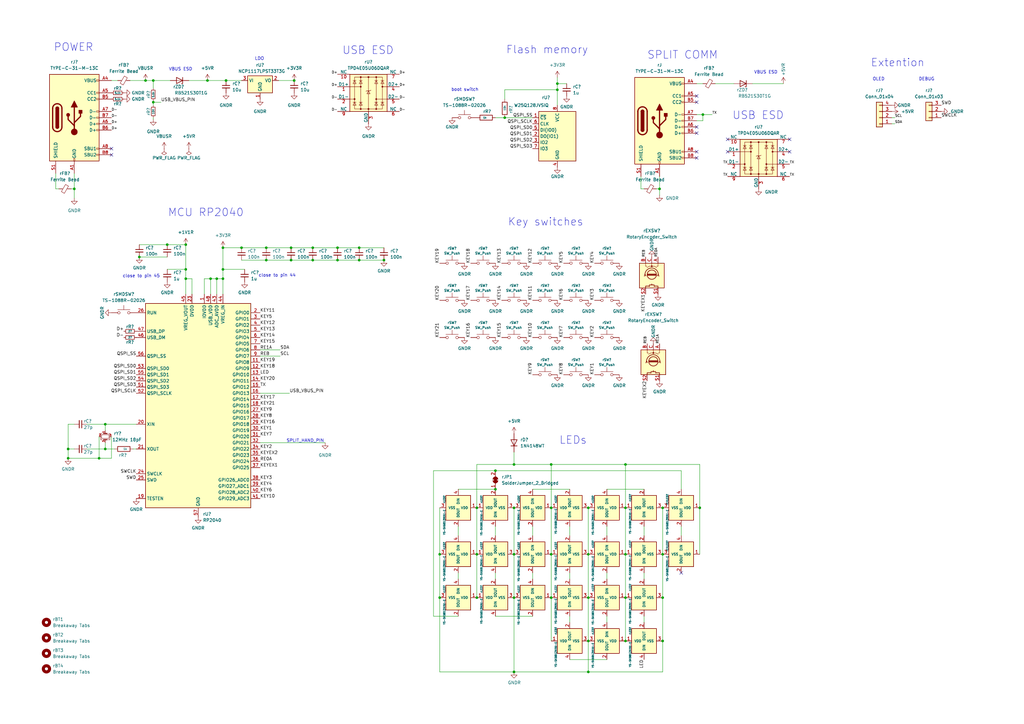
<source format=kicad_sch>
(kicad_sch (version 20231120) (generator "eeschema") (generator_version "8.0")
  (paper "A3")
  (title_block (title "Corne Right") (date "2023-10-07") (rev "4.0.0") (company "foostan"))
  (junction (at 288.29 46.99))
  (junction (at 27.94 184.15))
  (junction (at 228.6 36.83))
  (junction (at 180.34 245.11))
  (junction (at 226.06 227.33))
  (junction (at 210.82 245.11))
  (junction (at 91.44 114.3))
  (junction (at 241.3 227.33))
  (junction (at 256.54 227.33))
  (junction (at 128.27 101.6))
  (junction (at 40.64 187.96))
  (junction (at 195.58 208.28))
  (junction (at 43.18 184.15))
  (junction (at 226.06 245.11))
  (junction (at 271.78 262.89))
  (junction (at 271.78 245.11))
  (junction (at 256.54 262.89))
  (junction (at 157.48 106.68))
  (junction (at 91.44 110.49))
  (junction (at 76.2 100.33))
  (junction (at 241.3 245.11))
  (junction (at 92.71 33.02))
  (junction (at 228.6 34.29))
  (junction (at 210.82 190.5))
  (junction (at 57.15 105.41))
  (junction (at 27.94 187.96))
  (junction (at 99.06 101.6))
  (junction (at 88.9 114.3))
  (junction (at 138.43 106.68))
  (junction (at 271.78 208.28))
  (junction (at 109.22 101.6))
  (junction (at 120.65 33.02))
  (junction (at 226.06 190.5))
  (junction (at 210.82 227.33))
  (junction (at 203.2 193.04))
  (junction (at 62.865 33.02))
  (junction (at 203.2 200.66))
  (junction (at 241.3 208.28))
  (junction (at 128.27 106.68))
  (junction (at 207.01 48.26))
  (junction (at 59.69 33.02))
  (junction (at 256.54 208.28))
  (junction (at 119.38 106.68))
  (junction (at 270.51 77.47))
  (junction (at 86.36 114.3))
  (junction (at 109.22 106.68))
  (junction (at 68.58 100.33))
  (junction (at 256.54 190.5))
  (junction (at 76.2 114.3))
  (junction (at 91.44 101.6))
  (junction (at 287.02 208.28))
  (junction (at 241.3 262.89))
  (junction (at 85.09 33.02))
  (junction (at 256.54 245.11))
  (junction (at 210.82 275.59))
  (junction (at 226.06 208.28))
  (junction (at 241.3 275.59))
  (junction (at 119.38 101.6))
  (junction (at 147.32 101.6))
  (junction (at 62.865 41.91))
  (junction (at 43.18 173.99))
  (junction (at 195.58 245.11))
  (junction (at 180.34 227.33))
  (junction (at 147.32 106.68))
  (junction (at 195.58 227.33))
  (junction (at 210.82 208.28))
  (junction (at 271.78 227.33))
  (junction (at 76.2 110.49))
  (junction (at 30.48 77.47))
  (junction (at 138.43 101.6))
  (no_connect (at 285.75 41.91))
  (no_connect (at 285.75 52.07))
  (no_connect (at 298.45 62.23))
  (no_connect (at 323.85 57.15))
  (no_connect (at 45.72 63.5))
  (no_connect (at 285.75 64.77))
  (no_connect (at 279.4 234.95))
  (no_connect (at 45.72 60.96))
  (no_connect (at 323.85 62.23))
  (no_connect (at 285.75 54.61))
  (no_connect (at 285.75 39.37))
  (no_connect (at 285.75 62.23))
  (no_connect (at 298.45 57.15))
  (wire (pts (xy 288.29 49.53) (xy 288.29 46.99)))
  (wire (pts (xy 91.44 101.6) (xy 99.06 101.6)))
  (wire (pts (xy 241.3 208.28) (xy 241.3 227.33)))
  (wire (pts (xy 106.68 146.05) (xy 114.935 146.05)))
  (wire (pts (xy 138.43 101.6) (xy 147.32 101.6)))
  (wire (pts (xy 83.82 114.3) (xy 86.36 114.3)))
  (wire (pts (xy 62.865 33.02) (xy 69.85 33.02)))
  (wire (pts (xy 62.865 41.275) (xy 62.865 41.91)))
  (wire (pts (xy 85.09 33.02) (xy 92.71 33.02)))
  (wire (pts (xy 210.82 227.33) (xy 210.82 245.11)))
  (wire (pts (xy 270.51 72.39) (xy 270.51 77.47)))
  (wire (pts (xy 308.61 34.29) (xy 321.31 34.29)))
  (wire (pts (xy 27.94 187.96) (xy 40.64 187.96)))
  (wire (pts (xy 241.3 262.89) (xy 241.3 275.59)))
  (wire (pts (xy 59.69 33.02) (xy 62.865 33.02)))
  (wire (pts (xy 210.82 190.5) (xy 195.58 190.5)))
  (wire (pts (xy 180.34 245.11) (xy 180.34 275.59)))
  (wire (pts (xy 30.48 77.47) (xy 30.48 71.12)))
  (wire (pts (xy 27.94 173.99) (xy 27.94 184.15)))
  (wire (pts (xy 147.32 106.68) (xy 157.48 106.68)))
  (wire (pts (xy 138.43 106.68) (xy 147.32 106.68)))
  (wire (pts (xy 256.54 227.33) (xy 256.54 245.11)))
  (wire (pts (xy 30.48 173.99) (xy 27.94 173.99)))
  (wire (pts (xy 226.06 245.11) (xy 226.06 262.89)))
  (wire (pts (xy 264.16 234.95) (xy 264.16 237.49)))
  (wire (pts (xy 106.68 181.61) (xy 133.35 181.61)))
  (wire (pts (xy 177.8 193.04) (xy 203.2 193.04)))
  (wire (pts (xy 114.3 33.02) (xy 120.65 33.02)))
  (wire (pts (xy 271.78 275.59) (xy 241.3 275.59)))
  (wire (pts (xy 43.18 184.15) (xy 43.18 181.61)))
  (wire (pts (xy 86.36 114.3) (xy 86.36 120.65)))
  (wire (pts (xy 233.68 252.73) (xy 233.68 255.27)))
  (wire (pts (xy 248.92 215.9) (xy 248.92 219.71)))
  (wire (pts (xy 180.34 208.28) (xy 180.34 227.33)))
  (wire (pts (xy 119.38 101.6) (xy 128.27 101.6)))
  (wire (pts (xy 218.44 234.95) (xy 218.44 237.49)))
  (wire (pts (xy 109.22 106.68) (xy 119.38 106.68)))
  (wire (pts (xy 68.58 110.49) (xy 76.2 110.49)))
  (wire (pts (xy 35.56 184.15) (xy 43.18 184.15)))
  (wire (pts (xy 22.86 77.47) (xy 24.13 77.47)))
  (wire (pts (xy 76.2 110.49) (xy 76.2 114.3)))
  (wire (pts (xy 210.82 275.59) (xy 241.3 275.59)))
  (wire (pts (xy 91.44 114.3) (xy 88.9 114.3)))
  (wire (pts (xy 76.2 100.33) (xy 76.2 110.49)))
  (wire (pts (xy 271.78 245.11) (xy 271.78 262.89)))
  (wire (pts (xy 91.44 120.65) (xy 91.44 114.3)))
  (wire (pts (xy 228.6 36.83) (xy 207.01 36.83)))
  (wire (pts (xy 91.44 101.6) (xy 91.44 110.49)))
  (wire (pts (xy 62.865 36.195) (xy 62.865 33.02)))
  (wire (pts (xy 285.75 34.29) (xy 288.29 34.29)))
  (wire (pts (xy 279.4 193.04) (xy 279.4 200.66)))
  (wire (pts (xy 43.18 176.53) (xy 43.18 173.99)))
  (wire (pts (xy 99.06 106.68) (xy 109.22 106.68)))
  (wire (pts (xy 233.68 237.49) (xy 233.68 234.95)))
  (wire (pts (xy 233.68 200.66) (xy 218.44 200.66)))
  (wire (pts (xy 256.54 245.11) (xy 256.54 262.89)))
  (wire (pts (xy 367.03 50.8) (xy 365.76 50.8)))
  (wire (pts (xy 27.94 184.15) (xy 30.48 184.15)))
  (wire (pts (xy 287.02 208.28) (xy 287.02 227.33)))
  (wire (pts (xy 262.89 77.47) (xy 264.16 77.47)))
  (wire (pts (xy 241.3 227.33) (xy 241.3 245.11)))
  (wire (pts (xy 195.58 190.5) (xy 195.58 208.28)))
  (wire (pts (xy 45.72 187.96) (xy 40.64 187.96)))
  (wire (pts (xy 285.75 49.53) (xy 288.29 49.53)))
  (wire (pts (xy 30.48 81.28) (xy 30.48 77.47)))
  (wire (pts (xy 207.01 48.26) (xy 218.44 48.26)))
  (wire (pts (xy 203.2 252.73) (xy 218.44 252.73)))
  (wire (pts (xy 233.68 219.71) (xy 233.68 215.9)))
  (wire (pts (xy 177.8 193.04) (xy 177.8 252.73)))
  (wire (pts (xy 218.44 219.71) (xy 218.44 215.9)))
  (wire (pts (xy 264.16 215.9) (xy 264.16 219.71)))
  (wire (pts (xy 270.51 77.47) (xy 270.51 80.01)))
  (wire (pts (xy 40.64 179.07) (xy 40.64 187.96)))
  (wire (pts (xy 62.865 48.26) (xy 62.865 48.895)))
  (wire (pts (xy 86.36 114.3) (xy 88.9 114.3)))
  (wire (pts (xy 195.58 227.33) (xy 195.58 245.11)))
  (wire (pts (xy 271.78 208.28) (xy 271.78 227.33)))
  (wire (pts (xy 106.68 143.51) (xy 114.935 143.51)))
  (wire (pts (xy 57.15 105.41) (xy 68.58 105.41)))
  (wire (pts (xy 119.38 106.68) (xy 128.27 106.68)))
  (wire (pts (xy 293.37 34.29) (xy 300.99 34.29)))
  (wire (pts (xy 68.58 100.33) (xy 76.2 100.33)))
  (wire (pts (xy 147.32 101.6) (xy 157.48 101.6)))
  (wire (pts (xy 91.44 110.49) (xy 91.44 114.3)))
  (wire (pts (xy 83.82 114.3) (xy 83.82 120.65)))
  (wire (pts (xy 43.18 173.99) (xy 55.88 173.99)))
  (wire (pts (xy 180.34 227.33) (xy 180.34 245.11)))
  (wire (pts (xy 210.82 208.28) (xy 210.82 227.33)))
  (wire (pts (xy 269.24 77.47) (xy 270.51 77.47)))
  (wire (pts (xy 88.9 114.3) (xy 88.9 120.65)))
  (wire (pts (xy 367.03 48.26) (xy 365.76 48.26)))
  (wire (pts (xy 279.4 215.9) (xy 279.4 219.71)))
  (wire (pts (xy 54.61 184.15) (xy 55.88 184.15)))
  (wire (pts (xy 45.72 33.02) (xy 48.26 33.02)))
  (wire (pts (xy 256.54 190.5) (xy 287.02 190.5)))
  (wire (pts (xy 256.54 190.5) (xy 256.54 208.28)))
  (wire (pts (xy 128.27 101.6) (xy 138.43 101.6)))
  (wire (pts (xy 76.2 120.65) (xy 76.2 114.3)))
  (wire (pts (xy 66.04 41.91) (xy 62.865 41.91)))
  (wire (pts (xy 203.2 237.49) (xy 203.2 234.95)))
  (wire (pts (xy 45.72 179.07) (xy 45.72 187.96)))
  (wire (pts (xy 203.2 219.71) (xy 203.2 215.9)))
  (wire (pts (xy 262.89 77.47) (xy 262.89 72.39)))
  (wire (pts (xy 203.2 193.04) (xy 279.4 193.04)))
  (wire (pts (xy 91.44 110.49) (xy 100.33 110.49)))
  (wire (pts (xy 241.3 245.11) (xy 241.3 262.89)))
  (wire (pts (xy 271.78 262.89) (xy 271.78 275.59)))
  (wire (pts (xy 22.86 71.12) (xy 22.86 77.47)))
  (wire (pts (xy 109.22 101.6) (xy 119.38 101.6)))
  (wire (pts (xy 256.54 208.28) (xy 256.54 227.33)))
  (wire (pts (xy 228.6 36.83) (xy 228.6 43.18)))
  (wire (pts (xy 248.92 270.51) (xy 233.68 270.51)))
  (wire (pts (xy 53.34 33.02) (xy 59.69 33.02)))
  (wire (pts (xy 187.96 234.95) (xy 187.96 237.49)))
  (wire (pts (xy 287.02 190.5) (xy 287.02 208.28)))
  (wire (pts (xy 228.6 31.75) (xy 228.6 34.29)))
  (wire (pts (xy 203.2 48.26) (xy 207.01 48.26)))
  (wire (pts (xy 210.82 190.5) (xy 226.06 190.5)))
  (wire (pts (xy 128.27 106.68) (xy 138.43 106.68)))
  (wire (pts (xy 195.58 208.28) (xy 195.58 227.33)))
  (wire (pts (xy 35.56 173.99) (xy 43.18 173.99)))
  (wire (pts (xy 228.6 34.29) (xy 232.41 34.29)))
  (wire (pts (xy 248.92 234.95) (xy 248.92 237.49)))
  (wire (pts (xy 203.2 200.66) (xy 187.96 200.66)))
  (wire (pts (xy 78.74 114.3) (xy 76.2 114.3)))
  (wire (pts (xy 92.71 33.02) (xy 99.06 33.02)))
  (wire (pts (xy 228.6 34.29) (xy 228.6 36.83)))
  (wire (pts (xy 271.78 227.33) (xy 271.78 245.11)))
  (wire (pts (xy 248.92 200.66) (xy 264.16 200.66)))
  (wire (pts (xy 226.06 208.28) (xy 226.06 227.33)))
  (wire (pts (xy 29.21 77.47) (xy 30.48 77.47)))
  (wire (pts (xy 226.06 190.5) (xy 226.06 208.28)))
  (wire (pts (xy 292.1 46.99) (xy 288.29 46.99)))
  (wire (pts (xy 210.82 185.42) (xy 210.82 190.5)))
  (wire (pts (xy 207.01 36.83) (xy 207.01 40.64)))
  (wire (pts (xy 106.68 161.29) (xy 118.745 161.29)))
  (wire (pts (xy 62.865 41.91) (xy 62.865 43.18)))
  (wire (pts (xy 99.06 101.6) (xy 109.22 101.6)))
  (wire (pts (xy 226.06 190.5) (xy 256.54 190.5)))
  (wire (pts (xy 43.18 184.15) (xy 46.99 184.15)))
  (wire (pts (xy 27.94 184.15) (xy 27.94 187.96)))
  (wire (pts (xy 57.15 100.33) (xy 68.58 100.33)))
  (wire (pts (xy 288.29 46.99) (xy 285.75 46.99)))
  (wire (pts (xy 78.74 120.65) (xy 78.74 114.3)))
  (wire (pts (xy 226.06 227.33) (xy 226.06 245.11)))
  (wire (pts (xy 77.47 33.02) (xy 85.09 33.02)))
  (wire (pts (xy 180.34 275.59) (xy 210.82 275.59)))
  (wire (pts (xy 187.96 215.9) (xy 187.96 219.71)))
  (wire (pts (xy 187.96 252.73) (xy 177.8 252.73)))
  (wire (pts (xy 264.16 252.73) (xy 264.16 255.27)))
  (wire (pts (xy 210.82 245.11) (xy 210.82 275.59)))
  (wire (pts (xy 248.92 252.73) (xy 248.92 255.27)))
  (text "USB ESD" (at 140.335 22.606 0) (effects (font (size 3.175 3.175)) (justify left bottom)))
  (text "Flash memory" (at 207.518 22.352 0) (effects (font (size 3.175 3.175)) (justify left bottom)))
  (text "MCU RP2040" (at 68.834 89.154 0) (effects (font (size 3.175 3.175)) (justify left bottom)))
  (text "VBUS ESD" (at 309.245 30.48 0) (effects (font (size 1.27 1.27)) (justify left bottom)))
  (text "DEBUG" (at 376.809 33.274 0) (effects (font (size 1.27 1.27)) (justify left bottom)))
  (text "POWER\n" (at 21.971 21.336 0) (effects (font (size 3.175 3.175)) (justify left bottom)))
  (text "boot switch" (at 185.039 37.592 0) (effects (font (size 1.27 1.27)) (justify left bottom)))
  (text "LDO" (at 104.521 24.892 0) (effects (font (size 1.27 1.27)) (justify left bottom)))
  (text "Key switches" (at 208.28 92.964 0) (effects (font (size 3.175 3.175)) (justify left bottom)))
  (text "LEDs" (at 229.362 182.499 0) (effects (font (size 3.175 3.175)) (justify left bottom)))
  (text "Extention" (at 357.124 27.686 0) (effects (font (size 3.175 3.175)) (justify left bottom)))
  (text "VBUS ESD" (at 69.215 29.21 0) (effects (font (size 1.27 1.27)) (justify left bottom)))
  (text "OLED" (at 357.886 33.274 0) (effects (font (size 1.27 1.27)) (justify left bottom)))
  (text "SPLIT COMM" (at 265.43 24.511 0) (effects (font (size 3.175 3.175)) (justify left bottom)))
  (text "close to pin 45" (at 50.292 114.046 0) (effects (font (size 1.27 1.27)) (justify left bottom)))
  (text "close to pin 44" (at 106.045 113.792 0) (effects (font (size 1.27 1.27)) (justify left bottom)))
  (text "USB ESD" (at 300.355 49.276 0) (effects (font (size 3.175 3.175)) (justify left bottom)))
  (text "SPLIT_HAND_PIN" (at 117.475 181.61 0) (effects (font (size 1.27 1.27)) (justify left bottom)))
  (label "QSPI_SCLK" (at 55.88 161.29 180))
  (label "KEYEX2" (at 265.43 156.21 270))
  (label "SWCLK" (at 55.88 194.31 180))
  (label "TX" (at 106.68 158.75 0))
  (label "SCL" (at 367.03 48.26 0) (effects (font (size 1 1))))
  (label "RE0A" (at 269.875 105.41 90) (effects (font (size 1 1))))
  (label "KEY8" (at 106.68 171.45 0))
  (label "D+" (at 163.83 35.56 0) (effects (font (size 1 1))))
  (label "KEY19" (at 180.34 107.95 90))
  (label "TX" (at 292.1 46.99 0) (effects (font (size 1 1))))
  (label "D-" (at 45.72 45.72 0) (effects (font (size 1 1))))
  (label "KEY18" (at 106.68 151.13 0))
  (label "KEY4" (at 243.84 107.95 90))
  (label "KEY6" (at 231.14 123.19 90))
  (label "RE0A" (at 106.68 189.23 0))
  (label "D-" (at 163.83 40.64 0) (effects (font (size 1 1))))
  (label "KEY14" (at 205.74 123.19 90))
  (label "KEY12" (at 218.44 107.95 90))
  (label "KEY20" (at 180.34 123.19 90))
  (label "QSPI_SD3" (at 55.88 158.75 180))
  (label "QSPI_SCLK" (at 218.44 50.8 180))
  (label "KEY16" (at 106.68 173.99 0))
  (label "QSPI_SD1" (at 218.44 55.88 180))
  (label "KEY3" (at 243.84 123.19 90))
  (label "KEY2" (at 243.84 138.43 90))
  (label "D-" (at 45.72 48.26 0) (effects (font (size 1 1))))
  (label "KEY16" (at 193.04 138.43 90))
  (label "KEY15" (at 205.74 138.43 90))
  (label "SWD" (at 55.88 196.85 180))
  (label "KEY11" (at 218.44 123.19 90))
  (label "TX" (at 323.85 67.31 0) (effects (font (size 1 1))))
  (label "SDA" (at 114.935 143.51 0))
  (label "KEY9" (at 106.68 168.91 0))
  (label "KEY18" (at 193.04 107.95 90))
  (label "USB_VBUS_PIN" (at 66.04 41.91 0))
  (label "D+" (at 138.43 35.56 180) (effects (font (size 1 1))))
  (label "D-" (at 163.83 45.72 0) (effects (font (size 1 1))))
  (label "QSPI_SD2" (at 218.44 58.42 180))
  (label "KEY17" (at 193.04 123.19 90))
  (label "QSPI_SD2" (at 55.88 156.21 180))
  (label "TX" (at 323.85 72.39 0) (effects (font (size 1 1))))
  (label "KEY13" (at 205.74 107.95 90))
  (label "KEY7" (at 106.68 179.07 0))
  (label "D+" (at 45.72 50.8 0) (effects (font (size 1 1))))
  (label "KEY10" (at 218.44 138.43 90))
  (label "KEY9" (at 218.44 153.67 90))
  (label "QSPI_SS" (at 218.44 48.26 180))
  (label "KEY5" (at 106.68 130.81 0))
  (label "REB" (at 106.68 146.05 0))
  (label "KEY1" (at 243.84 153.67 90))
  (label "SCL" (at 114.935 146.05 0))
  (label "TX" (at 298.45 72.39 180) (effects (font (size 1 1))))
  (label "KEY19" (at 106.68 148.59 0))
  (label "KEYEX1" (at 264.795 120.65 270))
  (label "KEY2" (at 106.68 184.15 0))
  (label "KEY12" (at 106.68 133.35 0))
  (label "QSPI_SS" (at 55.88 146.05 180))
  (label "KEY7" (at 231.14 138.43 90))
  (label "KEY4" (at 106.68 199.39 0))
  (label "QSPI_SD0" (at 218.44 53.34 180))
  (label "KEY15" (at 106.68 140.97 0))
  (label "KEY20" (at 106.68 156.21 0))
  (label "D-" (at 50.8 138.43 180))
  (label "SWD" (at 386.08 43.18 0))
  (label "KEY21" (at 180.34 138.43 90))
  (label "REB" (at 265.43 140.97 90) (effects (font (size 1 1))))
  (label "KEY17" (at 106.68 163.83 0))
  (label "RE1A" (at 270.51 140.97 90) (effects (font (size 1 1))))
  (label "KEY14" (at 106.68 138.43 0))
  (label "D+" (at 163.83 30.48 0) (effects (font (size 1 1))))
  (label "TX" (at 298.45 67.31 180) (effects (font (size 1 1))))
  (label "KEY1" (at 106.68 176.53 0))
  (label "LED" (at 264.16 270.51 270))
  (label "KEYEX2" (at 106.68 186.69 0))
  (label "REB" (at 264.795 105.41 90) (effects (font (size 1 1))))
  (label "KEY21" (at 106.68 166.37 0))
  (label "D-" (at 138.43 45.72 180) (effects (font (size 1 1))))
  (label "SWCLK" (at 386.08 48.26 0))
  (label "SDA" (at 367.03 50.8 0) (effects (font (size 1 1))))
  (label "KEYEX1" (at 106.68 191.77 0))
  (label "QSPI_SD3" (at 218.44 60.96 180))
  (label "D+" (at 138.43 30.48 180) (effects (font (size 1 1))))
  (label "D+" (at 50.8 135.89 180))
  (label "KEY13" (at 106.68 135.89 0))
  (label "USB_VBUS_PIN" (at 118.745 161.29 0))
  (label "KEY3" (at 106.68 196.85 0))
  (label "D+" (at 45.72 53.34 0) (effects (font (size 1 1))))
  (label "KEY11" (at 106.68 128.27 0))
  (label "KEY5" (at 231.14 107.95 90))
  (label "D-" (at 138.43 40.64 180) (effects (font (size 1 1))))
  (label "KEY10" (at 106.68 204.47 0))
  (label "KEY6" (at 106.68 201.93 0))
  (label "QSPI_SD0" (at 55.88 151.13 180))
  (label "RE1A" (at 106.68 143.51 0))
  (label "LED" (at 106.68 153.67 0))
  (label "KEY8" (at 231.14 153.67 90))
  (label "QSPI_SD1" (at 55.88 153.67 180))
  (symbol (lib_id "power:GND") (at 311.15 77.47 0) (unit 1)
    (property "Reference" "#PWR02" (effects (hide yes)))
    (property "Value" "GNDR" (at 313.69 78.7399 0) (effects (justify left)))
  )
  (symbol (lib_id "kbd:GNDR") (at 386.08 45.72 90) (unit 1)
    (property "Reference" "#PWR?" (effects (hide yes)))
    (property "Value" "GNDR" (at 389.89 45.72 90) (effects (justify right)))
  )
  (symbol (lib_id "kbd_local:YS-SK6812MINI-E") (at 233.68 245.11 90) (unit 1)
    (property "Reference" "rLED?" (at 227.965 243.205 0) (effects (font (size 0.7366 0.7366)) (justify left)))
    (property "Value" "YS-SK6812MINI-E" (at 227.965 255.905 0) (effects (font (size 0.7366 0.7366)) (justify left)))
    (property "Footprint" "kbd_local:YS-SK6812MINI-E" (effects (hide yes)))
  )
  (symbol (lib_id "Device:C_Small") (at 33.02 184.15 270) (unit 1)
    (property "Reference" "rC?" (at 34.29 182.88 90) (effects (justify left)))
    (property "Value" "27p" (at 34.29 185.42 90) (effects (justify left)))
    (property "Footprint" "Capacitor_SMD:C_0402_1005Metric" (effects (hide yes)))
  )
  (symbol (lib_id "kbd:+3V3R") (at 120.65 33.02 0) (unit 1)
    (property "Reference" "#PWR070" (effects (hide yes)))
    (property "Value" "+3V3R" (at 120.65 27.94 0))
  )
  (symbol (lib_id "kbd:GNDR") (at 241.3 123.19 0) (unit 1)
    (property "Reference" "#PWR?" (effects (hide yes)))
    (property "Value" "GNDR" (at 241.3 127.635 0))
  )
  (symbol (lib_id "Switch:SW_Push") (at 236.22 123.19 0) (unit 1)
    (property "Reference" "rSW?" (at 236.22 117.094 0) (effects (font (size 1 1))))
    (property "Value" "SW_Push" (at 236.22 119.126 0) (effects (font (size 1 1))))
    (property "Footprint" "kbd:keyswitch_cherrymx_hotswap_1u" (effects (hide yes)))
  )
  (symbol (lib_name "SW_Push_1") (lib_id "Switch:SW_Push") (at 248.92 107.95 0) (unit 1)
    (property "Reference" "rSW?" (at 248.92 101.854 0) (effects (font (size 1 1))))
    (property "Value" "SW_Push" (at 248.92 103.886 0) (effects (font (size 1 1))))
    (property "Footprint" "kbd:keyswitch_cherrymx_hotswap_1u" (effects (hide yes)))
  )
  (symbol (lib_id "kbd:GNDR") (at 215.9 107.95 0) (unit 1)
    (property "Reference" "#PWR?" (effects (hide yes)))
    (property "Value" "GNDR" (at 215.9 112.395 0))
  )
  (symbol (lib_id "kbd:GNDR") (at 241.3 153.67 0) (unit 1)
    (property "Reference" "#PWR?" (effects (hide yes)))
    (property "Value" "GNDR" (at 241.3 158.115 0))
  )
  (symbol (lib_id "Regulator_Linear:NCP1117-3.3_SOT223") (at 106.68 33.02 0) (unit 1)
    (property "Reference" "rU?" (at 106.68 26.67 0))
    (property "Value" "NCP1117LPST33T3G" (at 107.315 29.21 0))
    (property "Footprint" "Package_TO_SOT_SMD:SOT-223-3_TabPin2" (effects (hide yes)))
    (property "Datasheet" "http://www.onsemi.com/pub_link/Collateral/NCP1117-D.PDF" (effects (hide yes)))
    (property "JLCPCB Part #" "C146799" (effects (hide yes)))
  )
  (symbol (lib_id "kbd_local:YS-SK6812MINI-E") (at 248.92 208.28 270) (unit 1)
    (property "Reference" "rLED?" (at 243.205 203.2 0) (effects (font (size 0.7366 0.7366)) (justify left)))
    (property "Value" "YS-SK6812MINI-E" (at 243.205 208.915 0) (effects (font (size 0.7366 0.7366)) (justify left)))
    (property "Footprint" "kbd_local:YS-SK6812MINI-E" (effects (hide yes)))
  )
  (symbol (lib_id "kbd_local:VBUSR") (at 67.31 60.96 0) (unit 1)
    (property "Reference" "#PWR065" (effects (hide yes)))
    (property "Value" "VBUSR" (at 67.31 55.88 0))
  )
  (symbol (lib_id "kbd:GNDR") (at 267.97 140.97 180) (unit 1)
    (property "Reference" "#PWR?" (effects (hide yes)))
    (property "Value" "GNDR" (at 267.97 135.89 90))
  )
  (symbol (lib_id "kbd:GNDR") (at 215.9 123.19 0) (unit 1)
    (property "Reference" "#PWR?" (effects (hide yes)))
    (property "Value" "GNDR" (at 215.9 127.635 0))
  )
  (symbol (lib_id "kbd_local:USB_C_Receptacle_USB2.0_16P") (at 30.48 48.26 0) (unit 1)
    (property "Reference" "rJ?" (at 30.48 25.4 0))
    (property "Value" "TYPE-C-31-M-13C" (at 30.48 27.94 0))
    (property "Footprint" "kbd_local:TYPE-C-31-M-13C" (effects (hide yes)))
    (property "Datasheet" "https://www.usb.org/sites/default/files/documents/usb_type-c.zip" (effects (hide yes)))
    (property "Description" "USB 2.0-only 16P Type-C Receptacle connector" (effects (hide yes)))
    (property "JLCPCB Part #" "C2848620" (effects (hide yes)))
  )
  (symbol (lib_id "kbd:GNDR") (at 81.28 212.09 0) (unit 1)
    (property "Reference" "#PWR?" (effects (hide yes)))
    (property "Value" "GNDR" (at 81.28 216.535 0))
  )
  (symbol (lib_id "Device:RotaryEncoder_Switch") (at 267.97 148.59 270) (unit 1)
    (property "Reference" "rEXSW?" (at 267.97 128.905 90))
    (property "Value" "RotaryEncoder_Switch" (at 267.97 131.445 90))
    (property "Footprint" "kbd_local:keyswitch_cherrymx_hotswap_1u_rotary_encoder_ec12" (effects (hide yes)))
  )
  (symbol (lib_id "kbd:GNDR") (at 50.8 40.64 90) (unit 1)
    (property "Reference" "#PWR?" (effects (hide yes)))
    (property "Value" "GNDR" (at 53.975 40.64 90) (effects (justify right)))
  )
  (symbol (lib_id "Switch:SW_Push") (at 236.22 107.95 0) (unit 1)
    (property "Reference" "rSW?" (at 236.22 101.854 0) (effects (font (size 1 1))))
    (property "Value" "SW_Push" (at 236.22 103.886 0) (effects (font (size 1 1))))
    (property "Footprint" "kbd:keyswitch_cherrymx_hotswap_1u" (effects (hide yes)))
  )
  (symbol (lib_id "kbd:GNDR") (at 190.5 107.95 0) (unit 1)
    (property "Reference" "#PWR?" (effects (hide yes)))
    (property "Value" "GNDR" (at 190.5 112.395 0))
  )
  (symbol (lib_id "kbd_local:YS-SK6812MINI-E") (at 203.2 208.28 90) (unit 1)
    (property "Reference" "rLED?" (at 197.485 206.375 0) (effects (font (size 0.7366 0.7366)) (justify left)))
    (property "Value" "YS-SK6812MINI-E" (at 197.485 219.71 0) (effects (font (size 0.7366 0.7366)) (justify left)))
    (property "Footprint" "kbd_local:YS-SK6812MINI-E" (effects (hide yes)))
  )
  (symbol (lib_id "Switch:SW_Push") (at 198.12 138.43 0) (unit 1)
    (property "Reference" "rSW?" (at 198.12 132.334 0) (effects (font (size 1 1))))
    (property "Value" "SW_Push" (at 198.12 134.366 0) (effects (font (size 1 1))))
    (property "Footprint" "kbd:keyswitch_cherrymx_hotswap_1u" (effects (hide yes)))
  )
  (symbol (lib_id "kbd:+5VR") (at 210.82 177.8 0) (unit 1)
    (property "Reference" "#PWR069" (effects (hide yes)))
    (property "Value" "+5VR" (at 210.82 172.72 0))
  )
  (symbol (lib_id "kbd_local:YS-SK6812MINI-E") (at 233.68 227.33 90) (unit 1)
    (property "Reference" "rLED?" (at 227.965 225.425 0) (effects (font (size 0.7366 0.7366)) (justify left)))
    (property "Value" "YS-SK6812MINI-E" (at 227.965 238.125 0) (effects (font (size 0.7366 0.7366)) (justify left)))
    (property "Footprint" "kbd_local:YS-SK6812MINI-E" (effects (hide yes)))
  )
  (symbol (lib_id "Device:FerriteBead_Small") (at 50.8 33.02 90) (unit 1)
    (property "Reference" "rFB?" (at 50.7619 26.67 90))
    (property "Value" "Ferrite Bead" (at 50.7619 29.21 90))
    (property "Footprint" "Capacitor_SMD:C_0603_1608Metric_Pad1.08x0.95mm_HandSolder" (effects (hide yes)))
    (property "Description" "Ferrite bead, small symbol" (effects (hide yes)))
    (property "JLCPCB Part #" "C882974" (effects (hide yes)))
  )
  (symbol (lib_id "kbd:GNDR") (at 254 138.43 0) (unit 1)
    (property "Reference" "#PWR?" (effects (hide yes)))
    (property "Value" "GNDR" (at 254 142.875 0))
  )
  (symbol (lib_id "kbd:GNDR") (at 151.13 50.8 0) (unit 1)
    (property "Reference" "#PWR?" (effects (hide yes)))
    (property "Value" "GNDR" (at 151.13 55.88 0))
  )
  (symbol (lib_id "kbd:GNDR") (at 269.875 120.65 0) (unit 1)
    (property "Reference" "#PWR?" (effects (hide yes)))
    (property "Value" "GNDR" (at 269.875 125.095 0))
  )
  (symbol (lib_id "Switch:SW_Push") (at 210.82 138.43 0) (unit 1)
    (property "Reference" "rSW?" (at 210.82 132.334 0) (effects (font (size 1 1))))
    (property "Value" "SW_Push" (at 210.82 134.366 0) (effects (font (size 1 1))))
    (property "Footprint" "kbd:keyswitch_cherrymx_hotswap_1u" (effects (hide yes)))
  )
  (symbol (lib_id "Device:R_Small") (at 48.26 40.64 270) (unit 1)
    (property "Reference" "rR?" (at 48.26 42.545 90))
    (property "Value" "5.1k" (at 48.26 40.64 90) (effects (font (size 0.762 0.762))))
    (property "Footprint" "Resistor_SMD:R_0402_1005Metric" (effects (hide yes)))
  )
  (symbol (lib_id "Diode:1N4148WT") (at 210.82 181.61 90) (unit 1)
    (property "Reference" "rD?" (at 213.36 180.34 90) (effects (justify right)))
    (property "Value" "1N4148WT" (at 213.36 182.88 90) (effects (justify right)))
    (property "Footprint" "Diode_SMD:D_SOD-523" (effects (hide yes)))
    (property "Datasheet" "https://www.diodes.com/assets/Datasheets/ds30396.pdf" (effects (hide yes)))
    (property "JLCPCB Part #" "C232841" (effects (hide yes)))
  )
  (symbol (lib_id "power:+5V") (at 321.31 34.29 0) (unit 1)
    (property "Reference" "#PWR03" (effects (hide yes)))
    (property "Value" "+5VR" (at 321.31 31.115 90) (effects (justify left)))
  )
  (symbol (lib_id "Device:Crystal_GND24_Small") (at 43.18 179.07 270) (unit 1)
    (property "Reference" "rY?" (at 48.26 177.8 90))
    (property "Value" "12MHz 18pF" (at 52.07 180.34 90))
    (property "Footprint" "Crystal:Crystal_SMD_3225-4Pin_3.2x2.5mm" (effects (hide yes)))
    (property "Description" "12MHz 18pF ±20ppm SMD3225-4P Crystals ROHS" (effects (hide yes)))
    (property "MFR.Part #" "Q22FA23V0041800" (effects (hide yes)))
    (property "JLCPCB Part #" "C91749" (effects (hide yes)))
  )
  (symbol (lib_id "kbd_local:YS-SK6812MINI-E") (at 248.92 245.11 270) (unit 1)
    (property "Reference" "rLED?" (at 243.205 239.395 0) (effects (font (size 0.7366 0.7366)) (justify left)))
    (property "Value" "YS-SK6812MINI-E" (at 243.205 245.745 0) (effects (font (size 0.7366 0.7366)) (justify left)))
    (property "Footprint" "kbd_local:YS-SK6812MINI-E" (effects (hide yes)))
  )
  (symbol (lib_id "Switch:SW_Push") (at 248.92 153.67 0) (unit 1)
    (property "Reference" "rSW?" (at 248.92 147.574 0) (effects (font (size 1 1))))
    (property "Value" "SW_Push" (at 248.92 149.606 0) (effects (font (size 1 1))))
    (property "Footprint" "kbd:keyswitch_cherrymx_hotswap_1.5u" (effects (hide yes)))
  )
  (symbol (lib_id "kbd:GNDR") (at 215.9 138.43 0) (unit 1)
    (property "Reference" "#PWR?" (effects (hide yes)))
    (property "Value" "GNDR" (at 215.9 142.875 0))
  )
  (symbol (lib_id "kbd:GNDR") (at 185.42 48.26 0) (unit 1)
    (property "Reference" "#PWR?" (effects (hide yes)))
    (property "Value" "GNDR" (at 185.42 52.07 0))
  )
  (symbol (lib_id "Mechanical:MountingHole") (at 19.05 274.32 0) (unit 1)
    (property "Reference" "rBT4" (at 21.59 273.05 0) (effects (justify left)))
    (property "Value" "Breakaway Tabs" (at 21.59 275.59 0) (effects (justify left)))
    (property "Footprint" "kbd_local:Breakaway_Tabs" (effects (hide yes)))
  )
  (symbol (lib_id "Device:C_Small") (at 57.15 102.87 0) (unit 1)
    (property "Reference" "rC?" (at 59.69 101.6 0) (effects (justify left)))
    (property "Value" "100n" (at 59.69 104.14 0) (effects (justify left)))
    (property "Footprint" "Capacitor_SMD:C_0402_1005Metric" (effects (hide yes)))
  )
  (symbol (lib_id "kbd_local:VBUSR") (at 59.69 33.02 0) (unit 1)
    (property "Reference" "#PWR066" (effects (hide yes)))
    (property "Value" "VBUSR" (at 59.69 27.94 0))
  )
  (symbol (lib_id "kbd_local:YS-SK6812MINI-E") (at 248.92 262.89 270) (unit 1)
    (property "Reference" "rLED?" (at 243.205 257.175 0) (effects (font (size 0.7366 0.7366)) (justify left)))
    (property "Value" "YS-SK6812MINI-E" (at 243.205 263.525 0) (effects (font (size 0.7366 0.7366)) (justify left)))
    (property "Footprint" "kbd_local:YS-SK6812MINI-E" (effects (hide yes)))
  )
  (symbol (lib_id "kbd:GNDR") (at 55.88 204.47 0) (unit 1)
    (property "Reference" "#PWR?" (effects (hide yes)))
    (property "Value" "GNDR" (at 55.88 208.915 0))
  )
  (symbol (lib_id "Device:R_Small") (at 62.865 38.735 0) (unit 1)
    (property "Reference" "rR?" (at 60.96 38.735 90))
    (property "Value" "5.6k" (at 62.865 38.735 90) (effects (font (size 0.762 0.762))))
    (property "Footprint" "Resistor_SMD:R_0402_1005Metric" (effects (hide yes)))
  )
  (symbol (lib_id "Device:C_Small") (at 68.58 102.87 0) (unit 1)
    (property "Reference" "rC?" (at 71.12 101.6 0) (effects (justify left)))
    (property "Value" "100n" (at 71.12 104.14 0) (effects (justify left)))
    (property "Footprint" "Capacitor_SMD:C_0402_1005Metric" (effects (hide yes)))
  )
  (symbol (lib_id "kbd:GNDR") (at 241.3 138.43 0) (unit 1)
    (property "Reference" "#PWR?" (effects (hide yes)))
    (property "Value" "GNDR" (at 241.3 142.875 0))
  )
  (symbol (lib_id "kbd_local:YS-SK6812MINI-E") (at 233.68 208.28 90) (unit 1)
    (property "Reference" "rLED?" (at 227.965 206.375 0) (effects (font (size 0.7366 0.7366)) (justify left)))
    (property "Value" "YS-SK6812MINI-E" (at 227.965 219.075 0) (effects (font (size 0.7366 0.7366)) (justify left)))
    (property "Footprint" "kbd_local:YS-SK6812MINI-E" (effects (hide yes)))
  )
  (symbol (lib_id "kbd_local:YS-SK6812MINI-E") (at 264.16 208.28 90) (unit 1)
    (property "Reference" "rLED?" (at 258.445 205.74 0) (effects (font (size 0.7366 0.7366)) (justify left)))
    (property "Value" "YS-SK6812MINI-E" (at 258.445 219.075 0) (effects (font (size 0.7366 0.7366)) (justify left)))
    (property "Footprint" "kbd_local:YS-SK6812MINI-E" (effects (hide yes)))
  )
  (symbol (lib_id "kbd:GNDR") (at 254 123.19 0) (unit 1)
    (property "Reference" "#PWR?" (effects (hide yes)))
    (property "Value" "GNDR" (at 254 127.635 0))
  )
  (symbol (lib_id "Device:C_Small") (at 100.33 113.03 0) (unit 1)
    (property "Reference" "rC?" (at 102.87 111.76 0) (effects (justify left)))
    (property "Value" "1u" (at 102.87 114.3 0) (effects (justify left)))
    (property "Footprint" "Capacitor_SMD:C_0402_1005Metric" (effects (hide yes)))
  )
  (symbol (lib_id "Switch:SW_Push") (at 198.12 123.19 0) (unit 1)
    (property "Reference" "rSW?" (at 198.12 117.094 0) (effects (font (size 1 1))))
    (property "Value" "SW_Push" (at 198.12 119.126 0) (effects (font (size 1 1))))
    (property "Footprint" "kbd:keyswitch_cherrymx_hotswap_1u" (effects (hide yes)))
  )
  (symbol (lib_id "Device:C_Small") (at 128.27 104.14 0) (unit 1)
    (property "Reference" "rC?" (at 130.81 102.87 0) (effects (justify left)))
    (property "Value" "100n" (at 131.445 105.41 0) (effects (justify left)))
    (property "Footprint" "Capacitor_SMD:C_0402_1005Metric" (effects (hide yes)))
  )
  (symbol (lib_id "Switch:SW_Push") (at 185.42 138.43 0) (unit 1)
    (property "Reference" "rSW?" (at 185.42 132.334 0) (effects (font (size 1 1))))
    (property "Value" "SW_Push" (at 185.42 134.366 0) (effects (font (size 1 1))))
    (property "Footprint" "kbd:keyswitch_cherrymx_hotswap_1u" (effects (hide yes)))
  )
  (symbol (lib_id "kbd:GNDR") (at 57.15 105.41 0) (unit 1)
    (property "Reference" "#PWR?" (effects (hide yes)))
    (property "Value" "GNDR" (at 57.15 109.855 0))
  )
  (symbol (lib_id "kbd:GNDR") (at 106.68 40.64 0) (unit 1)
    (property "Reference" "#PWR?" (effects (hide yes)))
    (property "Value" "GNDR" (at 106.68 45.72 0))
  )
  (symbol (lib_id "kbd:GNDR") (at 210.82 275.59 0) (unit 1)
    (property "Reference" "#PWR?" (effects (hide yes)))
    (property "Value" "GNDR" (at 210.947 279.9842 0))
  )
  (symbol (lib_id "kbd:+1V1R") (at 76.2 100.33 0) (unit 1)
    (property "Reference" "#PWR073" (effects (hide yes)))
    (property "Value" "+1V1R" (at 76.2 95.25 0))
  )
  (symbol (lib_id "kbd:+5VR") (at 85.09 33.02 0) (unit 1)
    (property "Reference" "#PWR068" (effects (hide yes)))
    (property "Value" "+5VR" (at 85.09 27.94 0))
  )
  (symbol (lib_id "Device:FerriteBead_Small") (at 290.83 34.29 90) (unit 1)
    (property "Reference" "rFB?" (at 290.7919 27.94 90))
    (property "Value" "Ferrite Bead" (at 290.7919 30.48 90))
    (property "Footprint" "Capacitor_SMD:C_0603_1608Metric_Pad1.08x0.95mm_HandSolder" (effects (hide yes)))
    (property "Description" "Ferrite bead, small symbol" (effects (hide yes)))
    (property "JLCPCB Part #" "C882974" (effects (hide yes)))
  )
  (symbol (lib_id "kbd:GNDR") (at 254 107.95 0) (unit 1)
    (property "Reference" "#PWR?" (effects (hide yes)))
    (property "Value" "GNDR" (at 254 112.395 0))
  )
  (symbol (lib_id "Switch:SW_Push") (at 223.52 153.67 0) (unit 1)
    (property "Reference" "rSW?" (at 223.52 147.574 0) (effects (font (size 1 1))))
    (property "Value" "SW_Push" (at 223.52 149.606 0) (effects (font (size 1 1))))
    (property "Footprint" "kbd:keyswitch_cherrymx_hotswap_1u" (effects (hide yes)))
  )
  (symbol (lib_id "Device:FerriteBead_Small") (at 26.67 77.47 90) (unit 1)
    (property "Reference" "rFB?" (at 26.6319 71.12 90))
    (property "Value" "Ferrite Bead" (at 26.6319 73.66 90))
    (property "Footprint" "Capacitor_SMD:C_0603_1608Metric_Pad1.08x0.95mm_HandSolder" (effects (hide yes)))
    (property "Description" "Ferrite bead, small symbol" (effects (hide yes)))
    (property "JLCPCB Part #" "C882974" (effects (hide yes)))
  )
  (symbol (lib_id "Device:C_Small") (at 119.38 104.14 0) (unit 1)
    (property "Reference" "rC?" (at 121.92 102.87 0) (effects (justify left)))
    (property "Value" "100n" (at 121.92 105.41 0) (effects (justify left)))
    (property "Footprint" "Capacitor_SMD:C_0402_1005Metric" (effects (hide yes)))
  )
  (symbol (lib_id "Switch:SW_Push") (at 185.42 107.95 0) (unit 1)
    (property "Reference" "rSW?" (at 185.42 101.854 0) (effects (font (size 1 1))))
    (property "Value" "SW_Push" (at 185.42 103.886 0) (effects (font (size 1 1))))
    (property "Footprint" "kbd:keyswitch_cherrymx_hotswap_1u" (effects (hide yes)))
  )
  (symbol (lib_id "Power_Protection:TPD4EUSB30") (at 151.13 38.1 0) (unit 1)
    (property "Reference" "rU?" (at 151.13 25.4 0))
    (property "Value" "TPD4E05U06DQAR" (at 151.13 27.94 0))
    (property "Footprint" "Package_SON:USON-10_2.5x1.0mm_P0.5mm" (effects (hide yes)))
    (property "Datasheet" "http://www.ti.com/lit/ds/symlink/tpd2eusb30a.pdf" (effects (hide yes)))
    (property "JLCPCB Part #" "C138714" (effects (hide yes)))
  )
  (symbol (lib_id "Device:C_Small") (at 33.02 173.99 270) (unit 1)
    (property "Reference" "rC?" (at 34.29 172.72 90) (effects (justify left)))
    (property "Value" "27p" (at 34.29 175.26 90) (effects (justify left)))
    (property "Footprint" "Capacitor_SMD:C_0402_1005Metric" (effects (hide yes)))
  )
  (symbol (lib_id "kbd:GNDR") (at 30.48 81.28 0) (unit 1)
    (property "Reference" "#PWR?" (effects (hide yes)))
    (property "Value" "GNDR" (at 30.48 86.36 0))
  )
  (symbol (lib_id "Device:RotaryEncoder_Switch") (at 267.335 113.03 270) (unit 1)
    (property "Reference" "rEXSW?" (at 267.335 94.615 90))
    (property "Value" "RotaryEncoder_Switch" (at 267.335 97.155 90))
    (property "Footprint" "kbd_local:keyswitch_cherrymx_hotswap_1u_rotary_encoder_ec12" (effects (hide yes)))
  )
  (symbol (lib_id "Switch:SW_Push") (at 248.92 138.43 0) (unit 1)
    (property "Reference" "rSW?" (at 248.92 132.334 0) (effects (font (size 1 1))))
    (property "Value" "SW_Push" (at 248.92 134.366 0) (effects (font (size 1 1))))
    (property "Footprint" "kbd:keyswitch_cherrymx_hotswap_1u" (effects (hide yes)))
  )
  (symbol (lib_id "kbd:+5VR") (at 365.76 45.72 270) (unit 1)
    (property "Reference" "#PWR075" (effects (hide yes)))
    (property "Value" "+5VR" (at 369.57 45.72 90) (effects (justify left)))
  )
  (symbol (lib_id "Device:C_Small") (at 92.71 35.56 0) (unit 1)
    (property "Reference" "rC?" (at 95.25 34.29 0) (effects (justify left)))
    (property "Value" "10u" (at 95.25 36.83 0) (effects (justify left)))
    (property "Footprint" "Capacitor_SMD:C_0402_1005Metric" (effects (hide yes)))
  )
  (symbol (lib_id "kbd:GNDR") (at 365.76 43.18 90) (unit 1)
    (property "Reference" "#PWR?" (effects (hide yes)))
    (property "Value" "GNDR" (at 370.84 43.18 90))
  )
  (symbol (lib_id "Switch:SW_Push") (at 210.82 107.95 0) (unit 1)
    (property "Reference" "rSW?" (at 210.82 101.854 0) (effects (font (size 1 1))))
    (property "Value" "SW_Push" (at 210.82 103.886 0) (effects (font (size 1 1))))
    (property "Footprint" "kbd:keyswitch_cherrymx_hotswap_1u" (effects (hide yes)))
  )
  (symbol (lib_id "kbd:GNDR") (at 120.65 38.1 0) (unit 1)
    (property "Reference" "#PWR?" (effects (hide yes)))
    (property "Value" "GNDR" (at 120.65 43.18 0))
  )
  (symbol (lib_id "Device:R") (at 50.8 184.15 90) (unit 1)
    (property "Reference" "rR?" (at 52.07 186.69 90) (effects (justify left)))
    (property "Value" "1k" (at 52.07 184.15 90) (effects (font (size 0.762 0.762)) (justify left)))
    (property "Footprint" "Resistor_SMD:R_0402_1005Metric" (effects (hide yes)))
  )
  (symbol (lib_id "kbd_local:YS-SK6812MINI-E") (at 279.4 208.28 270) (unit 1)
    (property "Reference" "rEXLED?" (at 273.685 202.565 0) (effects (font (size 0.7366 0.7366)) (justify left)))
    (property "Value" "YS-SK6812MINI-E" (at 273.685 208.915 0) (effects (font (size 0.7366 0.7366)) (justify left)))
    (property "Footprint" "kbd_local:YS-SK6812MINI-E" (effects (hide yes)))
  )
  (symbol (lib_id "Device:R") (at 207.01 44.45 180) (unit 1)
    (property "Reference" "rR?" (at 209.55 43.18 90) (effects (justify left)))
    (property "Value" "10k" (at 207.01 43.18 90) (effects (font (size 0.762 0.762)) (justify left)))
    (property "Footprint" "Resistor_SMD:R_0402_1005Metric" (effects (hide yes)))
  )
  (symbol (lib_id "kbd_local:YS-SK6812MINI-E") (at 233.68 262.89 90) (unit 1)
    (property "Reference" "rLED?" (at 227.965 260.35 0) (effects (font (size 0.7366 0.7366)) (justify left)))
    (property "Value" "YS-SK6812MINI-E" (at 227.965 273.685 0) (effects (font (size 0.7366 0.7366)) (justify left)))
    (property "Footprint" "kbd_local:YS-SK6812MINI-E" (effects (hide yes)))
  )
  (symbol (lib_id "kbd_local:YS-SK6812MINI-E") (at 187.96 245.11 270) (unit 1)
    (property "Reference" "rLED?" (at 182.245 240.03 0) (effects (font (size 0.7366 0.7366)) (justify left)))
    (property "Value" "YS-SK6812MINI-E" (at 182.245 245.745 0) (effects (font (size 0.7366 0.7366)) (justify left)))
    (property "Footprint" "kbd_local:YS-SK6812MINI-E" (effects (hide yes)))
  )
  (symbol (lib_id "Switch:SW_Push") (at 236.22 138.43 0) (unit 1)
    (property "Reference" "rSW?" (at 236.22 132.334 0) (effects (font (size 1 1))))
    (property "Value" "SW_Push" (at 236.22 134.366 0) (effects (font (size 1 1))))
    (property "Footprint" "kbd:keyswitch_cherrymx_hotswap_1u" (effects (hide yes)))
  )
  (symbol (lib_id "kbd:GNDR") (at 203.2 107.95 0) (unit 1)
    (property "Reference" "#PWR?" (effects (hide yes)))
    (property "Value" "GNDR" (at 203.2 112.395 0))
  )
  (symbol (lib_id "kbd:GNDR") (at 45.72 128.27 270) (unit 1)
    (property "Reference" "#PWR?" (effects (hide yes)))
    (property "Value" "GNDR" (at 41.91 128.27 0))
  )
  (symbol (lib_id "Switch:SW_Push") (at 50.8 128.27 0) (unit 1)
    (property "Reference" "rSMDSW?" (at 50.8 120.65 0))
    (property "Value" "TS-1088R-02026" (at 50.8 123.19 0))
    (property "Footprint" "kbd_local:TS-1088R-02026" (effects (hide yes)))
    (property "JLCPCB Part #" "C455280" (effects (hide yes)))
  )
  (symbol (lib_id "Switch:SW_Push") (at 210.82 123.19 0) (unit 1)
    (property "Reference" "rSW?" (at 210.82 117.094 0) (effects (font (size 1 1))))
    (property "Value" "SW_Push" (at 210.82 119.126 0) (effects (font (size 1 1))))
    (property "Footprint" "kbd:keyswitch_cherrymx_hotswap_1u" (effects (hide yes)))
  )
  (symbol (lib_id "kbd:+3V3R") (at 91.44 101.6 0) (unit 1)
    (property "Reference" "#PWR072" (effects (hide yes)))
    (property "Value" "+3V3R" (at 91.44 96.52 0))
  )
  (symbol (lib_id "kbd_local:YS-SK6812MINI-E") (at 264.16 245.11 90) (unit 1)
    (property "Reference" "rLED?" (at 258.445 242.57 0) (effects (font (size 0.7366 0.7366)) (justify left)))
    (property "Value" "YS-SK6812MINI-E" (at 258.445 255.905 0) (effects (font (size 0.7366 0.7366)) (justify left)))
    (property "Footprint" "kbd_local:YS-SK6812MINI-E" (effects (hide yes)))
  )
  (symbol (lib_id "Device:C_Small") (at 99.06 104.14 0) (unit 1)
    (property "Reference" "rC?" (at 101.6 102.87 0) (effects (justify left)))
    (property "Value" "100n" (at 101.6 105.41 0) (effects (justify left)))
    (property "Footprint" "Capacitor_SMD:C_0402_1005Metric" (effects (hide yes)))
  )
  (symbol (lib_id "Device:C_Small") (at 232.41 36.83 0) (unit 1)
    (property "Reference" "rC?" (at 234.95 35.56 0) (effects (justify left)))
    (property "Value" "1u" (at 234.95 38.1 0) (effects (justify left)))
    (property "Footprint" "Capacitor_SMD:C_0402_1005Metric" (effects (hide yes)))
  )
  (symbol (lib_id "kbd:GNDR") (at 92.71 38.1 0) (unit 1)
    (property "Reference" "#PWR?" (effects (hide yes)))
    (property "Value" "GNDR" (at 92.71 43.18 0))
  )
  (symbol (lib_id "kbd:GNDR") (at 203.2 138.43 0) (unit 1)
    (property "Reference" "#PWR?" (effects (hide yes)))
    (property "Value" "GNDR" (at 203.2 142.875 0))
  )
  (symbol (lib_id "kbd:GNDR") (at 203.2 123.19 0) (unit 1)
    (property "Reference" "#PWR?" (effects (hide yes)))
    (property "Value" "GNDR" (at 203.2 127.635 0))
  )
  (symbol (lib_id "kbd:GNDR") (at 270.51 156.21 0) (unit 1)
    (property "Reference" "#PWR?" (effects (hide yes)))
    (property "Value" "GNDR" (at 270.51 160.655 0))
  )
  (symbol (lib_id "kbd_local:YS-SK6812MINI-E") (at 187.96 227.33 270) (unit 1)
    (property "Reference" "rLED?" (at 182.245 222.25 0) (effects (font (size 0.7366 0.7366)) (justify left)))
    (property "Value" "YS-SK6812MINI-E" (at 182.245 227.965 0) (effects (font (size 0.7366 0.7366)) (justify left)))
    (property "Footprint" "kbd_local:YS-SK6812MINI-E" (effects (hide yes)))
  )
  (symbol (lib_id "Device:FerriteBead_Small") (at 266.7 77.47 90) (unit 1)
    (property "Reference" "rFB?" (at 266.6619 71.12 90))
    (property "Value" "Ferrite Bead" (at 266.6619 73.66 90))
    (property "Footprint" "Capacitor_SMD:C_0603_1608Metric_Pad1.08x0.95mm_HandSolder" (effects (hide yes)))
    (property "Description" "Ferrite bead, small symbol" (effects (hide yes)))
    (property "JLCPCB Part #" "C882974" (effects (hide yes)))
  )
  (symbol (lib_id "Diode:ESD5Zxx") (at 304.8 34.29 180) (unit 1)
    (property "Reference" "rZD?" (at 306.705 36.83 0) (effects (justify left)))
    (property "Value" "RB521S30T1G" (at 316.23 39.37 0) (effects (justify left)))
    (property "Footprint" "Diode_SMD:D_SOD-523" (effects (hide yes)))
    (property "JLCPCB Part #" "C145179" (effects (hide yes)))
  )
  (symbol (lib_id "kbd:GNDR") (at 62.865 48.895 0) (unit 1)
    (property "Reference" "#PWR?" (effects (hide yes)))
    (property "Value" "GNDR" (at 62.865 53.975 0))
  )
  (symbol (lib_id "Device:R_Small") (at 53.34 135.89 90) (unit 1)
    (property "Reference" "rR?" (at 53.34 133.985 90))
    (property "Value" "27" (at 53.34 135.89 90) (effects (font (size 0.762 0.762))))
    (property "Footprint" "Resistor_SMD:R_0402_1005Metric" (effects (hide yes)))
  )
  (symbol (lib_id "power:PWR_FLAG") (at 67.31 60.96 180) (unit 1)
    (property "Reference" "#FLG?" (effects (hide yes)))
    (property "Value" "PWR_FLAG" (at 67.31 64.77 0))
  )
  (symbol (lib_id "Device:C_Small") (at 157.48 104.14 0) (unit 1)
    (property "Reference" "rC?" (at 160.02 102.87 0) (effects (justify left)))
    (property "Value" "100n" (at 160.02 105.41 0) (effects (justify left)))
    (property "Footprint" "Capacitor_SMD:C_0402_1005Metric" (effects (hide yes)))
  )
  (symbol (lib_id "Device:C_Small") (at 138.43 104.14 0) (unit 1)
    (property "Reference" "rC?" (at 140.97 102.87 0) (effects (justify left)))
    (property "Value" "100n" (at 140.97 105.41 0) (effects (justify left)))
    (property "Footprint" "Capacitor_SMD:C_0402_1005Metric" (effects (hide yes)))
  )
  (symbol (lib_id "Switch:SW_Push") (at 248.92 123.19 0) (unit 1)
    (property "Reference" "rSW?" (at 248.92 117.094 0) (effects (font (size 1 1))))
    (property "Value" "SW_Push" (at 248.92 119.126 0) (effects (font (size 1 1))))
    (property "Footprint" "kbd:keyswitch_cherrymx_hotswap_1u" (effects (hide yes)))
  )
  (symbol (lib_id "Device:R_Small") (at 53.34 138.43 270) (unit 1)
    (property "Reference" "rR?" (at 53.34 140.335 90))
    (property "Value" "27" (at 53.34 138.43 90) (effects (font (size 0.762 0.762))))
    (property "Footprint" "Resistor_SMD:R_0402_1005Metric" (effects (hide yes)))
  )
  (symbol (lib_id "Device:C_Small") (at 147.32 104.14 0) (unit 1)
    (property "Reference" "rC?" (at 149.86 102.87 0) (effects (justify left)))
    (property "Value" "100n" (at 149.86 105.41 0) (effects (justify left)))
    (property "Footprint" "Capacitor_SMD:C_0402_1005Metric" (effects (hide yes)))
  )
  (symbol (lib_id "kbd:GNDR") (at 228.6 107.95 0) (unit 1)
    (property "Reference" "#PWR?" (effects (hide yes)))
    (property "Value" "GNDR" (at 228.6 112.395 0))
  )
  (symbol (lib_id "kbd:+5VR") (at 77.47 60.96 0) (unit 1)
    (property "Reference" "#PWR067" (effects (hide yes)))
    (property "Value" "+5VR" (at 77.47 55.88 0))
  )
  (symbol (lib_id "Switch:SW_Push") (at 185.42 123.19 0) (unit 1)
    (property "Reference" "rSW?" (at 185.42 117.094 0) (effects (font (size 1 1))))
    (property "Value" "SW_Push" (at 185.42 119.126 0) (effects (font (size 1 1))))
    (property "Footprint" "kbd:keyswitch_cherrymx_hotswap_1u" (effects (hide yes)))
  )
  (symbol (lib_id "kbd:GNDR") (at 190.5 123.19 0) (unit 1)
    (property "Reference" "#PWR?" (effects (hide yes)))
    (property "Value" "GNDR" (at 190.5 127.635 0))
  )
  (symbol (lib_id "kbd:+3V3R") (at 228.6 31.75 0) (unit 1)
    (property "Reference" "#PWR071" (effects (hide yes)))
    (property "Value" "+3V3R" (at 228.6 26.67 0))
  )
  (symbol (lib_id "kbd_local:YS-SK6812MINI-E") (at 218.44 208.28 270) (unit 1)
    (property "Reference" "rLED?" (at 212.725 203.2 0) (effects (font (size 0.7366 0.7366)) (justify left)))
    (property "Value" "YS-SK6812MINI-E" (at 212.725 208.915 0) (effects (font (size 0.7366 0.7366)) (justify left)))
    (property "Footprint" "kbd_local:YS-SK6812MINI-E" (effects (hide yes)))
  )
  (symbol (lib_id "kbd_local:YS-SK6812MINI-E") (at 203.2 245.11 90) (unit 1)
    (property "Reference" "rLED?" (at 197.485 243.205 0) (effects (font (size 0.7366 0.7366)) (justify left)))
    (property "Value" "YS-SK6812MINI-E" (at 197.485 255.905 0) (effects (font (size 0.7366 0.7366)) (justify left)))
    (property "Footprint" "kbd_local:YS-SK6812MINI-E" (effects (hide yes)))
  )
  (symbol (lib_id "Power_Protection:TPD4EUSB30") (at 311.15 64.77 0) (unit 1)
    (property "Reference" "rU?" (at 311.15 52.07 0))
    (property "Value" "TPD4E05U06DQAR" (at 311.15 54.61 0))
    (property "Footprint" "Package_SON:USON-10_2.5x1.0mm_P0.5mm" (effects (hide yes)))
    (property "Datasheet" "http://www.ti.com/lit/ds/symlink/tpd2eusb30a.pdf" (effects (hide yes)))
    (property "JLCPCB Part #" "C138714" (effects (hide yes)))
  )
  (symbol (lib_id "kbd_local:YS-SK6812MINI-E") (at 187.96 208.28 270) (unit 1)
    (property "Reference" "rLED?" (at 182.245 203.2 0) (effects (font (size 0.7366 0.7366)) (justify left)))
    (property "Value" "YS-SK6812MINI-E" (at 182.245 208.915 0) (effects (font (size 0.7366 0.7366)) (justify left)))
    (property "Footprint" "kbd_local:YS-SK6812MINI-E" (effects (hide yes)))
  )
  (symbol (lib_id "kbd:GNDR") (at 232.41 39.37 0) (unit 1)
    (property "Reference" "#PWR?" (effects (hide yes)))
    (property "Value" "GNDR" (at 232.41 43.815 0))
  )
  (symbol (lib_id "Connector_Generic:Conn_01x04") (at 360.68 48.26 180) (unit 1)
    (property "Reference" "rJ?" (at 360.68 37.084 0))
    (property "Value" "Conn_01x04" (at 360.68 39.624 0))
    (property "Footprint" "kbd_local:OLED" (effects (hide yes)))
  )
  (symbol (lib_id "kbd_local:USB_C_Receptacle_USB2.0_16P") (at 270.51 49.53 0) (unit 1)
    (property "Reference" "rJ" (at 270.51 26.67 0))
    (property "Value" "TYPE-C-31-M-13C" (at 270.51 29.21 0))
    (property "Footprint" "kbd_local:TYPE-C-31-M-13C" (effects (hide yes)))
    (property "Datasheet" "https://www.usb.org/sites/default/files/documents/usb_type-c.zip" (effects (hide yes)))
    (property "Description" "USB 2.0-only 16P Type-C Receptacle connector" (effects (hide yes)))
    (property "JLCPCB Part #" "C2848620" (effects (hide yes)))
  )
  (symbol (lib_id "Switch:SW_Push") (at 223.52 123.19 0) (unit 1)
    (property "Reference" "rSW?" (at 223.52 117.094 0) (effects (font (size 1 1))))
    (property "Value" "SW_Push" (at 223.52 119.126 0) (effects (font (size 1 1))))
    (property "Footprint" "kbd:keyswitch_cherrymx_hotswap_1u" (effects (hide yes)))
  )
  (symbol (lib_id "Switch:SW_Push") (at 190.5 48.26 0) (unit 1)
    (property "Reference" "rSMDSW?" (at 190.5 40.64 0))
    (property "Value" "TS-1088R-02026" (at 190.5 43.18 0))
    (property "Footprint" "kbd_local:TS-1088R-02026" (effects (hide yes)))
    (property "JLCPCB Part #" "C455280" (effects (hide yes)))
  )
  (symbol (lib_id "Mechanical:MountingHole") (at 19.05 267.97 0) (unit 1)
    (property "Reference" "rBT3" (at 21.59 266.7 0) (effects (justify left)))
    (property "Value" "Breakaway Tabs" (at 21.59 269.24 0) (effects (justify left)))
    (property "Footprint" "kbd_local:Breakaway_Tabs" (effects (hide yes)))
  )
  (symbol (lib_id "kbd:GNDR") (at 241.3 107.95 0) (unit 1)
    (property "Reference" "#PWR?" (effects (hide yes)))
    (property "Value" "GNDR" (at 241.3 112.395 0))
  )
  (symbol (lib_id "Switch:SW_Push") (at 198.12 107.95 0) (unit 1)
    (property "Reference" "rSW?" (at 198.12 101.854 0) (effects (font (size 1 1))))
    (property "Value" "SW_Push" (at 198.12 103.886 0) (effects (font (size 1 1))))
    (property "Footprint" "kbd:keyswitch_cherrymx_hotswap_1u" (effects (hide yes)))
  )
  (symbol (lib_id "Switch:SW_Push") (at 236.22 153.67 0) (unit 1)
    (property "Reference" "rSW?" (at 236.22 147.574 0) (effects (font (size 1 1))))
    (property "Value" "SW_Push" (at 236.22 149.606 0) (effects (font (size 1 1))))
    (property "Footprint" "kbd:keyswitch_cherrymx_hotswap_1u" (effects (hide yes)))
  )
  (symbol (lib_id "Device:C_Small") (at 120.65 35.56 0) (unit 1)
    (property "Reference" "rC?" (at 123.19 34.29 0) (effects (justify left)))
    (property "Value" "10u" (at 123.19 36.83 0) (effects (justify left)))
    (property "Footprint" "Capacitor_SMD:C_0402_1005Metric" (effects (hide yes)))
  )
  (symbol (lib_id "kbd_local:YS-SK6812MINI-E") (at 264.16 227.33 90) (unit 1)
    (property "Reference" "rLED?" (at 258.445 224.79 0) (effects (font (size 0.7366 0.7366)) (justify left)))
    (property "Value" "YS-SK6812MINI-E" (at 258.445 238.125 0) (effects (font (size 0.7366 0.7366)) (justify left)))
    (property "Footprint" "kbd_local:YS-SK6812MINI-E" (effects (hide yes)))
  )
  (symbol (lib_id "kbd_local:YS-SK6812MINI-E") (at 264.16 262.89 90) (unit 1)
    (property "Reference" "rLED?" (at 258.445 260.35 0) (effects (font (size 0.7366 0.7366)) (justify left)))
    (property "Value" "YS-SK6812MINI-E" (at 258.445 273.685 0) (effects (font (size 0.7366 0.7366)) (justify left)))
    (property "Footprint" "kbd_local:YS-SK6812MINI-E" (effects (hide yes)))
  )
  (symbol (lib_id "kbd_local:YS-SK6812MINI-E") (at 203.2 227.33 90) (unit 1)
    (property "Reference" "rLED?" (at 197.485 225.425 0) (effects (font (size 0.7366 0.7366)) (justify left)))
    (property "Value" "YS-SK6812MINI-E" (at 197.485 238.125 0) (effects (font (size 0.7366 0.7366)) (justify left)))
    (property "Footprint" "kbd_local:YS-SK6812MINI-E" (effects (hide yes)))
  )
  (symbol (lib_id "power:PWR_FLAG") (at 77.47 60.96 180) (unit 1)
    (property "Reference" "#FLG?" (effects (hide yes)))
    (property "Value" "PWR_FLAG" (at 77.47 64.77 0))
  )
  (symbol (lib_id "kbd:GNDR") (at 228.6 153.67 0) (unit 1)
    (property "Reference" "#PWR?" (effects (hide yes)))
    (property "Value" "GNDR" (at 228.6 158.115 0))
  )
  (symbol (lib_id "Jumper:SolderJumper_2_Bridged") (at 203.2 196.85 90) (unit 1)
    (property "Reference" "rJP1" (at 205.74 195.58 90) (effects (justify right)))
    (property "Value" "SolderJumper_2_Bridged" (at 205.74 198.12 90) (effects (justify right)))
    (property "Footprint" "Jumper:SolderJumper-2_P1.3mm_Open_RoundedPad1.0x1.5mm" (effects (hide yes)))
  )
  (symbol (lib_id "Connector_Generic:Conn_01x03") (at 381 45.72 180) (unit 1)
    (property "Reference" "rJ?" (at 381 37.084 0))
    (property "Value" "Conn_01x03" (at 381 39.624 0))
    (property "Footprint" "Connector_PinHeader_2.54mm:PinHeader_1x03_P2.54mm_Vertical" (effects (hide yes)))
  )
  (symbol (lib_id "kbd:GNDR") (at 27.94 187.96 0) (unit 1)
    (property "Reference" "#PWR?" (effects (hide yes)))
    (property "Value" "GNDR" (at 27.94 192.405 0))
  )
  (symbol (lib_id "Switch:SW_Push") (at 223.52 138.43 0) (unit 1)
    (property "Reference" "rSW?" (at 223.52 132.334 0) (effects (font (size 1 1))))
    (property "Value" "SW_Push" (at 223.52 134.366 0) (effects (font (size 1 1))))
    (property "Footprint" "kbd:keyswitch_cherrymx_hotswap_1u" (effects (hide yes)))
  )
  (symbol (lib_id "Switch:SW_Push") (at 223.52 107.95 0) (unit 1)
    (property "Reference" "rSW?" (at 223.52 101.854 0) (effects (font (size 1 1))))
    (property "Value" "SW_Push" (at 223.52 103.886 0) (effects (font (size 1 1))))
    (property "Footprint" "kbd:keyswitch_cherrymx_hotswap_1u" (effects (hide yes)))
  )
  (symbol (lib_id "power:GND") (at 270.51 80.01 0) (unit 1)
    (property "Reference" "#PWR01" (effects (hide yes)))
    (property "Value" "GNDR" (at 273.05 81.2799 0) (effects (justify left)))
  )
  (symbol (lib_id "Memory_Flash:W25Q128JVS") (at 228.6 55.88 0) (unit 1)
    (property "Reference" "rU?" (at 222.25 40.005 0) (effects (justify left)))
    (property "Value" "W25Q128JVSIQ" (at 210.82 43.18 0) (effects (justify left)))
    (property "Footprint" "Package_SO:SOIC-8_5.23x5.23mm_P1.27mm" (effects (hide yes)))
    (property "Datasheet" "http://www.winbond.com/resource-files/w25q128jv_dtr%20revc%2003272018%20plus.pdf" (effects (hide yes)))
    (property "JLCPCB Part #" "C113767" (effects (hide yes)))
  )
  (symbol (lib_id "Mechanical:MountingHole") (at 19.05 255.27 0) (unit 1)
    (property "Reference" "rBT1" (at 21.59 254 0) (effects (justify left)))
    (property "Value" "Breakaway Tabs" (at 21.59 256.54 0) (effects (justify left)))
    (property "Footprint" "kbd_local:Breakaway_Tabs" (effects (hide yes)))
  )
  (symbol (lib_id "kbd:GNDR") (at 228.6 138.43 0) (unit 1)
    (property "Reference" "#PWR?" (effects (hide yes)))
    (property "Value" "GNDR" (at 228.6 142.875 0))
  )
  (symbol (lib_id "kbd:GNDR") (at 254 153.67 0) (unit 1)
    (property "Reference" "#PWR?" (effects (hide yes)))
    (property "Value" "GNDR" (at 254 158.115 0))
  )
  (symbol (lib_id "MCU_RaspberryPi:RP2040") (at 81.28 166.37 0) (unit 1)
    (property "Reference" "rU?" (at 83.2359 210.82 0) (effects (justify left)))
    (property "Value" "RP2040" (at 83.2359 213.36 0) (effects (justify left)))
    (property "Footprint" "Package_DFN_QFN:QFN-56-1EP_7x7mm_P0.4mm_EP3.2x3.2mm" (effects (hide yes)))
    (property "Datasheet" "https://datasheets.raspberrypi.com/rp2040/rp2040-datasheet.pdf" (effects (hide yes)))
    (property "JLCPCB Part #" "C2040" (effects (hide yes)))
  )
  (symbol (lib_id "kbd:GNDR") (at 133.35 181.61 0) (unit 1)
    (property "Reference" "#PWR076" (effects (hide yes)))
    (property "Value" "GNDR" (at 133.35 186.69 0))
  )
  (symbol (lib_id "kbd:GNDR") (at 68.58 115.57 0) (unit 1)
    (property "Reference" "#PWR?" (effects (hide yes)))
    (property "Value" "GNDR" (at 68.58 120.015 0))
  )
  (symbol (lib_id "Device:C_Small") (at 109.22 104.14 0) (unit 1)
    (property "Reference" "rC?" (at 111.76 102.87 0) (effects (justify left)))
    (property "Value" "100n" (at 111.76 105.41 0) (effects (justify left)))
    (property "Footprint" "Capacitor_SMD:C_0402_1005Metric" (effects (hide yes)))
  )
  (symbol (lib_id "kbd:GNDR") (at 267.335 105.41 180) (unit 1)
    (property "Reference" "#PWR?" (effects (hide yes)))
    (property "Value" "GNDR" (at 267.335 100.33 90))
  )
  (symbol (lib_id "kbd_local:YS-SK6812MINI-E") (at 248.92 227.33 270) (unit 1)
    (property "Reference" "rLED?" (at 243.205 221.615 0) (effects (font (size 0.7366 0.7366)) (justify left)))
    (property "Value" "YS-SK6812MINI-E" (at 243.205 227.965 0) (effects (font (size 0.7366 0.7366)) (justify left)))
    (property "Footprint" "kbd_local:YS-SK6812MINI-E" (effects (hide yes)))
  )
  (symbol (lib_id "Diode:ESD5Zxx") (at 73.66 33.02 180) (unit 1)
    (property "Reference" "rZD?" (at 75.565 35.56 0) (effects (justify left)))
    (property "Value" "RB521S30T1G" (at 85.09 38.1 0) (effects (justify left)))
    (property "Footprint" "Diode_SMD:D_SOD-523" (effects (hide yes)))
    (property "JLCPCB Part #" "C145179" (effects (hide yes)))
  )
  (symbol (lib_id "kbd_local:YS-SK6812MINI-E") (at 218.44 245.11 270) (unit 1)
    (property "Reference" "rLED?" (at 212.725 240.03 0) (effects (font (size 0.7366 0.7366)) (justify left)))
    (property "Value" "YS-SK6812MINI-E" (at 212.725 245.745 0) (effects (font (size 0.7366 0.7366)) (justify left)))
    (property "Footprint" "kbd_local:YS-SK6812MINI-E" (effects (hide yes)))
  )
  (symbol (lib_id "kbd:GNDR") (at 50.8 38.1 90) (unit 1)
    (property "Reference" "#PWR?" (effects (hide yes)))
    (property "Value" "GNDR" (at 53.975 38.1 90) (effects (justify right)))
  )
  (symbol (lib_id "kbd:GNDR") (at 100.33 115.57 0) (unit 1)
    (property "Reference" "#PWR?" (effects (hide yes)))
    (property "Value" "GNDR" (at 100.33 120.015 0))
  )
  (symbol (lib_id "kbd_local:YS-SK6812MINI-E") (at 279.4 227.33 270) (unit 1)
    (property "Reference" "rEXLED?" (at 273.685 221.615 0) (effects (font (size 0.7366 0.7366)) (justify left)))
    (property "Value" "YS-SK6812MINI-E" (at 273.685 227.965 0) (effects (font (size 0.7366 0.7366)) (justify left)))
    (property "Footprint" "kbd_local:YS-SK6812MINI-E" (effects (hide yes)))
  )
  (symbol (lib_id "Device:R_Small") (at 62.865 45.72 0) (unit 1)
    (property "Reference" "rR?" (at 60.96 45.72 90))
    (property "Value" "10K" (at 62.865 45.72 90) (effects (font (size 0.762 0.762))))
    (property "Footprint" "Resistor_SMD:R_0402_1005Metric" (effects (hide yes)))
  )
  (symbol (lib_id "kbd:GNDR") (at 228.6 123.19 0) (unit 1)
    (property "Reference" "#PWR?" (effects (hide yes)))
    (property "Value" "GNDR" (at 228.6 127.635 0))
  )
  (symbol (lib_id "Device:R_Small") (at 48.26 38.1 270) (unit 1)
    (property "Reference" "rR?" (at 48.26 36.195 90))
    (property "Value" "5.1k" (at 48.26 38.1 90) (effects (font (size 0.762 0.762))))
    (property "Footprint" "Resistor_SMD:R_0402_1005Metric" (effects (hide yes)))
  )
  (symbol (lib_id "kbd:GNDR") (at 228.6 68.58 0) (unit 1)
    (property "Reference" "#PWR?" (effects (hide yes)))
    (property "Value" "GNDR" (at 228.6 72.39 0))
  )
  (symbol (lib_id "kbd:GNDR") (at 190.5 138.43 0) (unit 1)
    (property "Reference" "#PWR?" (effects (hide yes)))
    (property "Value" "GNDR" (at 190.5 142.875 0))
  )
  (symbol (lib_id "kbd:GNDR") (at 157.48 106.68 0) (unit 1)
    (property "Reference" "#PWR?" (effects (hide yes)))
    (property "Value" "GNDR" (at 157.48 111.125 0))
  )
  (symbol (lib_id "Device:C_Small") (at 68.58 113.03 0) (unit 1)
    (property "Reference" "rC?" (at 71.12 111.76 0) (effects (justify left)))
    (property "Value" "1u" (at 71.12 114.3 0) (effects (justify left)))
    (property "Footprint" "Capacitor_SMD:C_0402_1005Metric" (effects (hide yes)))
  )
  (symbol (lib_id "Device:R") (at 199.39 48.26 270) (unit 1)
    (property "Reference" "rR?" (at 198.12 45.72 90) (effects (justify left)))
    (property "Value" "1k" (at 198.12 48.26 90) (effects (font (size 0.762 0.762)) (justify left)))
    (property "Footprint" "Resistor_SMD:R_0402_1005Metric" (effects (hide yes)))
  )
  (symbol (lib_id "kbd_local:YS-SK6812MINI-E") (at 218.44 227.33 270) (unit 1)
    (property "Reference" "rLED?" (at 212.725 222.25 0) (effects (font (size 0.7366 0.7366)) (justify left)))
    (property "Value" "YS-SK6812MINI-E" (at 212.725 227.965 0) (effects (font (size 0.7366 0.7366)) (justify left)))
    (property "Footprint" "kbd_local:YS-SK6812MINI-E" (effects (hide yes)))
  )
  (symbol (lib_id "Mechanical:MountingHole") (at 19.05 261.62 0) (unit 1)
    (property "Reference" "rBT2" (at 21.59 260.35 0) (effects (justify left)))
    (property "Value" "Breakaway Tabs" (at 21.59 262.89 0) (effects (justify left)))
    (property "Footprint" "kbd_local:Breakaway_Tabs" (effects (hide yes)))
  )
)
</source>
